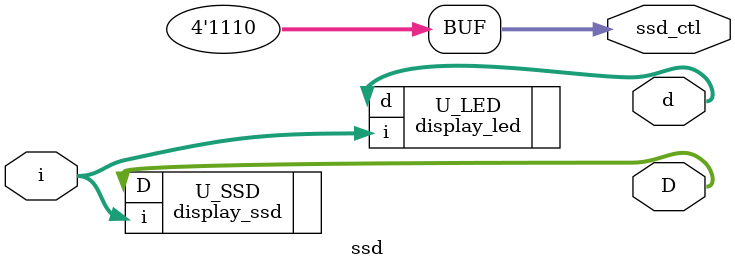
<source format=v>
`timescale 1ns / 1ps


module ssd(ssd_ctl, D, d, i);
output [3:0] ssd_ctl;
output [7:0] D;
output [3:0] d;
input [3:0] i;

assign ssd_ctl = 4'b1110;
display_ssd U_SSD(.D(D), .i(i));
display_led U_LED(.d(d), .i(i));

endmodule

</source>
